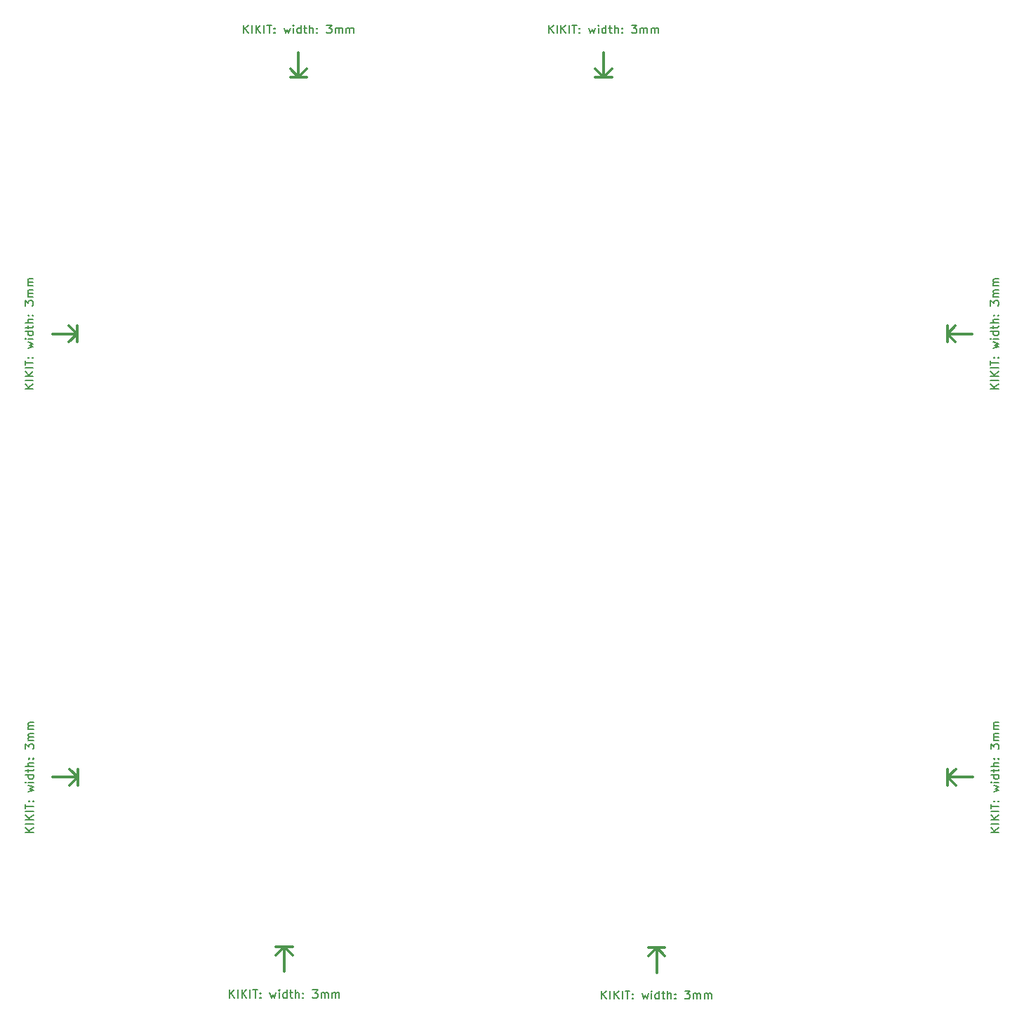
<source format=gbr>
%TF.GenerationSoftware,KiCad,Pcbnew,(6.0.7)*%
%TF.CreationDate,2022-10-06T16:10:22+02:00*%
%TF.ProjectId,mobo,6d6f626f-2e6b-4696-9361-645f70636258,4A*%
%TF.SameCoordinates,Original*%
%TF.FileFunction,OtherDrawing,Comment*%
%FSLAX46Y46*%
G04 Gerber Fmt 4.6, Leading zero omitted, Abs format (unit mm)*
G04 Created by KiCad (PCBNEW (6.0.7)) date 2022-10-06 16:10:22*
%MOMM*%
%LPD*%
G01*
G04 APERTURE LIST*
%ADD10C,0.150000*%
%ADD11C,0.300000*%
G04 APERTURE END LIST*
D10*
X79080952Y-35752380D02*
X79080952Y-34752380D01*
X79652380Y-35752380D02*
X79223809Y-35180952D01*
X79652380Y-34752380D02*
X79080952Y-35323809D01*
X80080952Y-35752380D02*
X80080952Y-34752380D01*
X80557142Y-35752380D02*
X80557142Y-34752380D01*
X81128571Y-35752380D02*
X80700000Y-35180952D01*
X81128571Y-34752380D02*
X80557142Y-35323809D01*
X81557142Y-35752380D02*
X81557142Y-34752380D01*
X81890476Y-34752380D02*
X82461904Y-34752380D01*
X82176190Y-35752380D02*
X82176190Y-34752380D01*
X82795238Y-35657142D02*
X82842857Y-35704761D01*
X82795238Y-35752380D01*
X82747619Y-35704761D01*
X82795238Y-35657142D01*
X82795238Y-35752380D01*
X82795238Y-35133333D02*
X82842857Y-35180952D01*
X82795238Y-35228571D01*
X82747619Y-35180952D01*
X82795238Y-35133333D01*
X82795238Y-35228571D01*
X83938095Y-35085714D02*
X84128571Y-35752380D01*
X84319047Y-35276190D01*
X84509523Y-35752380D01*
X84700000Y-35085714D01*
X85080952Y-35752380D02*
X85080952Y-35085714D01*
X85080952Y-34752380D02*
X85033333Y-34800000D01*
X85080952Y-34847619D01*
X85128571Y-34800000D01*
X85080952Y-34752380D01*
X85080952Y-34847619D01*
X85985714Y-35752380D02*
X85985714Y-34752380D01*
X85985714Y-35704761D02*
X85890476Y-35752380D01*
X85700000Y-35752380D01*
X85604761Y-35704761D01*
X85557142Y-35657142D01*
X85509523Y-35561904D01*
X85509523Y-35276190D01*
X85557142Y-35180952D01*
X85604761Y-35133333D01*
X85700000Y-35085714D01*
X85890476Y-35085714D01*
X85985714Y-35133333D01*
X86319047Y-35085714D02*
X86700000Y-35085714D01*
X86461904Y-34752380D02*
X86461904Y-35609523D01*
X86509523Y-35704761D01*
X86604761Y-35752380D01*
X86700000Y-35752380D01*
X87033333Y-35752380D02*
X87033333Y-34752380D01*
X87461904Y-35752380D02*
X87461904Y-35228571D01*
X87414285Y-35133333D01*
X87319047Y-35085714D01*
X87176190Y-35085714D01*
X87080952Y-35133333D01*
X87033333Y-35180952D01*
X87938095Y-35657142D02*
X87985714Y-35704761D01*
X87938095Y-35752380D01*
X87890476Y-35704761D01*
X87938095Y-35657142D01*
X87938095Y-35752380D01*
X87938095Y-35133333D02*
X87985714Y-35180952D01*
X87938095Y-35228571D01*
X87890476Y-35180952D01*
X87938095Y-35133333D01*
X87938095Y-35228571D01*
X89080952Y-34752380D02*
X89700000Y-34752380D01*
X89366666Y-35133333D01*
X89509523Y-35133333D01*
X89604761Y-35180952D01*
X89652380Y-35228571D01*
X89700000Y-35323809D01*
X89700000Y-35561904D01*
X89652380Y-35657142D01*
X89604761Y-35704761D01*
X89509523Y-35752380D01*
X89223809Y-35752380D01*
X89128571Y-35704761D01*
X89080952Y-35657142D01*
X90128571Y-35752380D02*
X90128571Y-35085714D01*
X90128571Y-35180952D02*
X90176190Y-35133333D01*
X90271428Y-35085714D01*
X90414285Y-35085714D01*
X90509523Y-35133333D01*
X90557142Y-35228571D01*
X90557142Y-35752380D01*
X90557142Y-35228571D02*
X90604761Y-35133333D01*
X90700000Y-35085714D01*
X90842857Y-35085714D01*
X90938095Y-35133333D01*
X90985714Y-35228571D01*
X90985714Y-35752380D01*
X91461904Y-35752380D02*
X91461904Y-35085714D01*
X91461904Y-35180952D02*
X91509523Y-35133333D01*
X91604761Y-35085714D01*
X91747619Y-35085714D01*
X91842857Y-35133333D01*
X91890476Y-35228571D01*
X91890476Y-35752380D01*
X91890476Y-35228571D02*
X91938095Y-35133333D01*
X92033333Y-35085714D01*
X92176190Y-35085714D01*
X92271428Y-35133333D01*
X92319047Y-35228571D01*
X92319047Y-35752380D01*
X122280952Y-152252380D02*
X122280952Y-151252380D01*
X122852380Y-152252380D02*
X122423809Y-151680952D01*
X122852380Y-151252380D02*
X122280952Y-151823809D01*
X123280952Y-152252380D02*
X123280952Y-151252380D01*
X123757142Y-152252380D02*
X123757142Y-151252380D01*
X124328571Y-152252380D02*
X123900000Y-151680952D01*
X124328571Y-151252380D02*
X123757142Y-151823809D01*
X124757142Y-152252380D02*
X124757142Y-151252380D01*
X125090476Y-151252380D02*
X125661904Y-151252380D01*
X125376190Y-152252380D02*
X125376190Y-151252380D01*
X125995238Y-152157142D02*
X126042857Y-152204761D01*
X125995238Y-152252380D01*
X125947619Y-152204761D01*
X125995238Y-152157142D01*
X125995238Y-152252380D01*
X125995238Y-151633333D02*
X126042857Y-151680952D01*
X125995238Y-151728571D01*
X125947619Y-151680952D01*
X125995238Y-151633333D01*
X125995238Y-151728571D01*
X127138095Y-151585714D02*
X127328571Y-152252380D01*
X127519047Y-151776190D01*
X127709523Y-152252380D01*
X127900000Y-151585714D01*
X128280952Y-152252380D02*
X128280952Y-151585714D01*
X128280952Y-151252380D02*
X128233333Y-151300000D01*
X128280952Y-151347619D01*
X128328571Y-151300000D01*
X128280952Y-151252380D01*
X128280952Y-151347619D01*
X129185714Y-152252380D02*
X129185714Y-151252380D01*
X129185714Y-152204761D02*
X129090476Y-152252380D01*
X128900000Y-152252380D01*
X128804761Y-152204761D01*
X128757142Y-152157142D01*
X128709523Y-152061904D01*
X128709523Y-151776190D01*
X128757142Y-151680952D01*
X128804761Y-151633333D01*
X128900000Y-151585714D01*
X129090476Y-151585714D01*
X129185714Y-151633333D01*
X129519047Y-151585714D02*
X129900000Y-151585714D01*
X129661904Y-151252380D02*
X129661904Y-152109523D01*
X129709523Y-152204761D01*
X129804761Y-152252380D01*
X129900000Y-152252380D01*
X130233333Y-152252380D02*
X130233333Y-151252380D01*
X130661904Y-152252380D02*
X130661904Y-151728571D01*
X130614285Y-151633333D01*
X130519047Y-151585714D01*
X130376190Y-151585714D01*
X130280952Y-151633333D01*
X130233333Y-151680952D01*
X131138095Y-152157142D02*
X131185714Y-152204761D01*
X131138095Y-152252380D01*
X131090476Y-152204761D01*
X131138095Y-152157142D01*
X131138095Y-152252380D01*
X131138095Y-151633333D02*
X131185714Y-151680952D01*
X131138095Y-151728571D01*
X131090476Y-151680952D01*
X131138095Y-151633333D01*
X131138095Y-151728571D01*
X132280952Y-151252380D02*
X132900000Y-151252380D01*
X132566666Y-151633333D01*
X132709523Y-151633333D01*
X132804761Y-151680952D01*
X132852380Y-151728571D01*
X132900000Y-151823809D01*
X132900000Y-152061904D01*
X132852380Y-152157142D01*
X132804761Y-152204761D01*
X132709523Y-152252380D01*
X132423809Y-152252380D01*
X132328571Y-152204761D01*
X132280952Y-152157142D01*
X133328571Y-152252380D02*
X133328571Y-151585714D01*
X133328571Y-151680952D02*
X133376190Y-151633333D01*
X133471428Y-151585714D01*
X133614285Y-151585714D01*
X133709523Y-151633333D01*
X133757142Y-151728571D01*
X133757142Y-152252380D01*
X133757142Y-151728571D02*
X133804761Y-151633333D01*
X133900000Y-151585714D01*
X134042857Y-151585714D01*
X134138095Y-151633333D01*
X134185714Y-151728571D01*
X134185714Y-152252380D01*
X134661904Y-152252380D02*
X134661904Y-151585714D01*
X134661904Y-151680952D02*
X134709523Y-151633333D01*
X134804761Y-151585714D01*
X134947619Y-151585714D01*
X135042857Y-151633333D01*
X135090476Y-151728571D01*
X135090476Y-152252380D01*
X135090476Y-151728571D02*
X135138095Y-151633333D01*
X135233333Y-151585714D01*
X135376190Y-151585714D01*
X135471428Y-151633333D01*
X135519047Y-151728571D01*
X135519047Y-152252380D01*
X77380952Y-152152380D02*
X77380952Y-151152380D01*
X77952380Y-152152380D02*
X77523809Y-151580952D01*
X77952380Y-151152380D02*
X77380952Y-151723809D01*
X78380952Y-152152380D02*
X78380952Y-151152380D01*
X78857142Y-152152380D02*
X78857142Y-151152380D01*
X79428571Y-152152380D02*
X79000000Y-151580952D01*
X79428571Y-151152380D02*
X78857142Y-151723809D01*
X79857142Y-152152380D02*
X79857142Y-151152380D01*
X80190476Y-151152380D02*
X80761904Y-151152380D01*
X80476190Y-152152380D02*
X80476190Y-151152380D01*
X81095238Y-152057142D02*
X81142857Y-152104761D01*
X81095238Y-152152380D01*
X81047619Y-152104761D01*
X81095238Y-152057142D01*
X81095238Y-152152380D01*
X81095238Y-151533333D02*
X81142857Y-151580952D01*
X81095238Y-151628571D01*
X81047619Y-151580952D01*
X81095238Y-151533333D01*
X81095238Y-151628571D01*
X82238095Y-151485714D02*
X82428571Y-152152380D01*
X82619047Y-151676190D01*
X82809523Y-152152380D01*
X83000000Y-151485714D01*
X83380952Y-152152380D02*
X83380952Y-151485714D01*
X83380952Y-151152380D02*
X83333333Y-151200000D01*
X83380952Y-151247619D01*
X83428571Y-151200000D01*
X83380952Y-151152380D01*
X83380952Y-151247619D01*
X84285714Y-152152380D02*
X84285714Y-151152380D01*
X84285714Y-152104761D02*
X84190476Y-152152380D01*
X84000000Y-152152380D01*
X83904761Y-152104761D01*
X83857142Y-152057142D01*
X83809523Y-151961904D01*
X83809523Y-151676190D01*
X83857142Y-151580952D01*
X83904761Y-151533333D01*
X84000000Y-151485714D01*
X84190476Y-151485714D01*
X84285714Y-151533333D01*
X84619047Y-151485714D02*
X85000000Y-151485714D01*
X84761904Y-151152380D02*
X84761904Y-152009523D01*
X84809523Y-152104761D01*
X84904761Y-152152380D01*
X85000000Y-152152380D01*
X85333333Y-152152380D02*
X85333333Y-151152380D01*
X85761904Y-152152380D02*
X85761904Y-151628571D01*
X85714285Y-151533333D01*
X85619047Y-151485714D01*
X85476190Y-151485714D01*
X85380952Y-151533333D01*
X85333333Y-151580952D01*
X86238095Y-152057142D02*
X86285714Y-152104761D01*
X86238095Y-152152380D01*
X86190476Y-152104761D01*
X86238095Y-152057142D01*
X86238095Y-152152380D01*
X86238095Y-151533333D02*
X86285714Y-151580952D01*
X86238095Y-151628571D01*
X86190476Y-151580952D01*
X86238095Y-151533333D01*
X86238095Y-151628571D01*
X87380952Y-151152380D02*
X88000000Y-151152380D01*
X87666666Y-151533333D01*
X87809523Y-151533333D01*
X87904761Y-151580952D01*
X87952380Y-151628571D01*
X88000000Y-151723809D01*
X88000000Y-151961904D01*
X87952380Y-152057142D01*
X87904761Y-152104761D01*
X87809523Y-152152380D01*
X87523809Y-152152380D01*
X87428571Y-152104761D01*
X87380952Y-152057142D01*
X88428571Y-152152380D02*
X88428571Y-151485714D01*
X88428571Y-151580952D02*
X88476190Y-151533333D01*
X88571428Y-151485714D01*
X88714285Y-151485714D01*
X88809523Y-151533333D01*
X88857142Y-151628571D01*
X88857142Y-152152380D01*
X88857142Y-151628571D02*
X88904761Y-151533333D01*
X89000000Y-151485714D01*
X89142857Y-151485714D01*
X89238095Y-151533333D01*
X89285714Y-151628571D01*
X89285714Y-152152380D01*
X89761904Y-152152380D02*
X89761904Y-151485714D01*
X89761904Y-151580952D02*
X89809523Y-151533333D01*
X89904761Y-151485714D01*
X90047619Y-151485714D01*
X90142857Y-151533333D01*
X90190476Y-151628571D01*
X90190476Y-152152380D01*
X90190476Y-151628571D02*
X90238095Y-151533333D01*
X90333333Y-151485714D01*
X90476190Y-151485714D01*
X90571428Y-151533333D01*
X90619047Y-151628571D01*
X90619047Y-152152380D01*
X170202380Y-132119047D02*
X169202380Y-132119047D01*
X170202380Y-131547619D02*
X169630952Y-131976190D01*
X169202380Y-131547619D02*
X169773809Y-132119047D01*
X170202380Y-131119047D02*
X169202380Y-131119047D01*
X170202380Y-130642857D02*
X169202380Y-130642857D01*
X170202380Y-130071428D02*
X169630952Y-130500000D01*
X169202380Y-130071428D02*
X169773809Y-130642857D01*
X170202380Y-129642857D02*
X169202380Y-129642857D01*
X169202380Y-129309523D02*
X169202380Y-128738095D01*
X170202380Y-129023809D02*
X169202380Y-129023809D01*
X170107142Y-128404761D02*
X170154761Y-128357142D01*
X170202380Y-128404761D01*
X170154761Y-128452380D01*
X170107142Y-128404761D01*
X170202380Y-128404761D01*
X169583333Y-128404761D02*
X169630952Y-128357142D01*
X169678571Y-128404761D01*
X169630952Y-128452380D01*
X169583333Y-128404761D01*
X169678571Y-128404761D01*
X169535714Y-127261904D02*
X170202380Y-127071428D01*
X169726190Y-126880952D01*
X170202380Y-126690476D01*
X169535714Y-126500000D01*
X170202380Y-126119047D02*
X169535714Y-126119047D01*
X169202380Y-126119047D02*
X169250000Y-126166666D01*
X169297619Y-126119047D01*
X169250000Y-126071428D01*
X169202380Y-126119047D01*
X169297619Y-126119047D01*
X170202380Y-125214285D02*
X169202380Y-125214285D01*
X170154761Y-125214285D02*
X170202380Y-125309523D01*
X170202380Y-125500000D01*
X170154761Y-125595238D01*
X170107142Y-125642857D01*
X170011904Y-125690476D01*
X169726190Y-125690476D01*
X169630952Y-125642857D01*
X169583333Y-125595238D01*
X169535714Y-125500000D01*
X169535714Y-125309523D01*
X169583333Y-125214285D01*
X169535714Y-124880952D02*
X169535714Y-124500000D01*
X169202380Y-124738095D02*
X170059523Y-124738095D01*
X170154761Y-124690476D01*
X170202380Y-124595238D01*
X170202380Y-124500000D01*
X170202380Y-124166666D02*
X169202380Y-124166666D01*
X170202380Y-123738095D02*
X169678571Y-123738095D01*
X169583333Y-123785714D01*
X169535714Y-123880952D01*
X169535714Y-124023809D01*
X169583333Y-124119047D01*
X169630952Y-124166666D01*
X170107142Y-123261904D02*
X170154761Y-123214285D01*
X170202380Y-123261904D01*
X170154761Y-123309523D01*
X170107142Y-123261904D01*
X170202380Y-123261904D01*
X169583333Y-123261904D02*
X169630952Y-123214285D01*
X169678571Y-123261904D01*
X169630952Y-123309523D01*
X169583333Y-123261904D01*
X169678571Y-123261904D01*
X169202380Y-122119047D02*
X169202380Y-121500000D01*
X169583333Y-121833333D01*
X169583333Y-121690476D01*
X169630952Y-121595238D01*
X169678571Y-121547619D01*
X169773809Y-121500000D01*
X170011904Y-121500000D01*
X170107142Y-121547619D01*
X170154761Y-121595238D01*
X170202380Y-121690476D01*
X170202380Y-121976190D01*
X170154761Y-122071428D01*
X170107142Y-122119047D01*
X170202380Y-121071428D02*
X169535714Y-121071428D01*
X169630952Y-121071428D02*
X169583333Y-121023809D01*
X169535714Y-120928571D01*
X169535714Y-120785714D01*
X169583333Y-120690476D01*
X169678571Y-120642857D01*
X170202380Y-120642857D01*
X169678571Y-120642857D02*
X169583333Y-120595238D01*
X169535714Y-120500000D01*
X169535714Y-120357142D01*
X169583333Y-120261904D01*
X169678571Y-120214285D01*
X170202380Y-120214285D01*
X170202380Y-119738095D02*
X169535714Y-119738095D01*
X169630952Y-119738095D02*
X169583333Y-119690476D01*
X169535714Y-119595238D01*
X169535714Y-119452380D01*
X169583333Y-119357142D01*
X169678571Y-119309523D01*
X170202380Y-119309523D01*
X169678571Y-119309523D02*
X169583333Y-119261904D01*
X169535714Y-119166666D01*
X169535714Y-119023809D01*
X169583333Y-118928571D01*
X169678571Y-118880952D01*
X170202380Y-118880952D01*
X53752380Y-132119047D02*
X52752380Y-132119047D01*
X53752380Y-131547619D02*
X53180952Y-131976190D01*
X52752380Y-131547619D02*
X53323809Y-132119047D01*
X53752380Y-131119047D02*
X52752380Y-131119047D01*
X53752380Y-130642857D02*
X52752380Y-130642857D01*
X53752380Y-130071428D02*
X53180952Y-130500000D01*
X52752380Y-130071428D02*
X53323809Y-130642857D01*
X53752380Y-129642857D02*
X52752380Y-129642857D01*
X52752380Y-129309523D02*
X52752380Y-128738095D01*
X53752380Y-129023809D02*
X52752380Y-129023809D01*
X53657142Y-128404761D02*
X53704761Y-128357142D01*
X53752380Y-128404761D01*
X53704761Y-128452380D01*
X53657142Y-128404761D01*
X53752380Y-128404761D01*
X53133333Y-128404761D02*
X53180952Y-128357142D01*
X53228571Y-128404761D01*
X53180952Y-128452380D01*
X53133333Y-128404761D01*
X53228571Y-128404761D01*
X53085714Y-127261904D02*
X53752380Y-127071428D01*
X53276190Y-126880952D01*
X53752380Y-126690476D01*
X53085714Y-126500000D01*
X53752380Y-126119047D02*
X53085714Y-126119047D01*
X52752380Y-126119047D02*
X52800000Y-126166666D01*
X52847619Y-126119047D01*
X52800000Y-126071428D01*
X52752380Y-126119047D01*
X52847619Y-126119047D01*
X53752380Y-125214285D02*
X52752380Y-125214285D01*
X53704761Y-125214285D02*
X53752380Y-125309523D01*
X53752380Y-125500000D01*
X53704761Y-125595238D01*
X53657142Y-125642857D01*
X53561904Y-125690476D01*
X53276190Y-125690476D01*
X53180952Y-125642857D01*
X53133333Y-125595238D01*
X53085714Y-125500000D01*
X53085714Y-125309523D01*
X53133333Y-125214285D01*
X53085714Y-124880952D02*
X53085714Y-124500000D01*
X52752380Y-124738095D02*
X53609523Y-124738095D01*
X53704761Y-124690476D01*
X53752380Y-124595238D01*
X53752380Y-124500000D01*
X53752380Y-124166666D02*
X52752380Y-124166666D01*
X53752380Y-123738095D02*
X53228571Y-123738095D01*
X53133333Y-123785714D01*
X53085714Y-123880952D01*
X53085714Y-124023809D01*
X53133333Y-124119047D01*
X53180952Y-124166666D01*
X53657142Y-123261904D02*
X53704761Y-123214285D01*
X53752380Y-123261904D01*
X53704761Y-123309523D01*
X53657142Y-123261904D01*
X53752380Y-123261904D01*
X53133333Y-123261904D02*
X53180952Y-123214285D01*
X53228571Y-123261904D01*
X53180952Y-123309523D01*
X53133333Y-123261904D01*
X53228571Y-123261904D01*
X52752380Y-122119047D02*
X52752380Y-121500000D01*
X53133333Y-121833333D01*
X53133333Y-121690476D01*
X53180952Y-121595238D01*
X53228571Y-121547619D01*
X53323809Y-121500000D01*
X53561904Y-121500000D01*
X53657142Y-121547619D01*
X53704761Y-121595238D01*
X53752380Y-121690476D01*
X53752380Y-121976190D01*
X53704761Y-122071428D01*
X53657142Y-122119047D01*
X53752380Y-121071428D02*
X53085714Y-121071428D01*
X53180952Y-121071428D02*
X53133333Y-121023809D01*
X53085714Y-120928571D01*
X53085714Y-120785714D01*
X53133333Y-120690476D01*
X53228571Y-120642857D01*
X53752380Y-120642857D01*
X53228571Y-120642857D02*
X53133333Y-120595238D01*
X53085714Y-120500000D01*
X53085714Y-120357142D01*
X53133333Y-120261904D01*
X53228571Y-120214285D01*
X53752380Y-120214285D01*
X53752380Y-119738095D02*
X53085714Y-119738095D01*
X53180952Y-119738095D02*
X53133333Y-119690476D01*
X53085714Y-119595238D01*
X53085714Y-119452380D01*
X53133333Y-119357142D01*
X53228571Y-119309523D01*
X53752380Y-119309523D01*
X53228571Y-119309523D02*
X53133333Y-119261904D01*
X53085714Y-119166666D01*
X53085714Y-119023809D01*
X53133333Y-118928571D01*
X53228571Y-118880952D01*
X53752380Y-118880952D01*
X53702380Y-78619047D02*
X52702380Y-78619047D01*
X53702380Y-78047619D02*
X53130952Y-78476190D01*
X52702380Y-78047619D02*
X53273809Y-78619047D01*
X53702380Y-77619047D02*
X52702380Y-77619047D01*
X53702380Y-77142857D02*
X52702380Y-77142857D01*
X53702380Y-76571428D02*
X53130952Y-77000000D01*
X52702380Y-76571428D02*
X53273809Y-77142857D01*
X53702380Y-76142857D02*
X52702380Y-76142857D01*
X52702380Y-75809523D02*
X52702380Y-75238095D01*
X53702380Y-75523809D02*
X52702380Y-75523809D01*
X53607142Y-74904761D02*
X53654761Y-74857142D01*
X53702380Y-74904761D01*
X53654761Y-74952380D01*
X53607142Y-74904761D01*
X53702380Y-74904761D01*
X53083333Y-74904761D02*
X53130952Y-74857142D01*
X53178571Y-74904761D01*
X53130952Y-74952380D01*
X53083333Y-74904761D01*
X53178571Y-74904761D01*
X53035714Y-73761904D02*
X53702380Y-73571428D01*
X53226190Y-73380952D01*
X53702380Y-73190476D01*
X53035714Y-73000000D01*
X53702380Y-72619047D02*
X53035714Y-72619047D01*
X52702380Y-72619047D02*
X52750000Y-72666666D01*
X52797619Y-72619047D01*
X52750000Y-72571428D01*
X52702380Y-72619047D01*
X52797619Y-72619047D01*
X53702380Y-71714285D02*
X52702380Y-71714285D01*
X53654761Y-71714285D02*
X53702380Y-71809523D01*
X53702380Y-72000000D01*
X53654761Y-72095238D01*
X53607142Y-72142857D01*
X53511904Y-72190476D01*
X53226190Y-72190476D01*
X53130952Y-72142857D01*
X53083333Y-72095238D01*
X53035714Y-72000000D01*
X53035714Y-71809523D01*
X53083333Y-71714285D01*
X53035714Y-71380952D02*
X53035714Y-71000000D01*
X52702380Y-71238095D02*
X53559523Y-71238095D01*
X53654761Y-71190476D01*
X53702380Y-71095238D01*
X53702380Y-71000000D01*
X53702380Y-70666666D02*
X52702380Y-70666666D01*
X53702380Y-70238095D02*
X53178571Y-70238095D01*
X53083333Y-70285714D01*
X53035714Y-70380952D01*
X53035714Y-70523809D01*
X53083333Y-70619047D01*
X53130952Y-70666666D01*
X53607142Y-69761904D02*
X53654761Y-69714285D01*
X53702380Y-69761904D01*
X53654761Y-69809523D01*
X53607142Y-69761904D01*
X53702380Y-69761904D01*
X53083333Y-69761904D02*
X53130952Y-69714285D01*
X53178571Y-69761904D01*
X53130952Y-69809523D01*
X53083333Y-69761904D01*
X53178571Y-69761904D01*
X52702380Y-68619047D02*
X52702380Y-68000000D01*
X53083333Y-68333333D01*
X53083333Y-68190476D01*
X53130952Y-68095238D01*
X53178571Y-68047619D01*
X53273809Y-68000000D01*
X53511904Y-68000000D01*
X53607142Y-68047619D01*
X53654761Y-68095238D01*
X53702380Y-68190476D01*
X53702380Y-68476190D01*
X53654761Y-68571428D01*
X53607142Y-68619047D01*
X53702380Y-67571428D02*
X53035714Y-67571428D01*
X53130952Y-67571428D02*
X53083333Y-67523809D01*
X53035714Y-67428571D01*
X53035714Y-67285714D01*
X53083333Y-67190476D01*
X53178571Y-67142857D01*
X53702380Y-67142857D01*
X53178571Y-67142857D02*
X53083333Y-67095238D01*
X53035714Y-67000000D01*
X53035714Y-66857142D01*
X53083333Y-66761904D01*
X53178571Y-66714285D01*
X53702380Y-66714285D01*
X53702380Y-66238095D02*
X53035714Y-66238095D01*
X53130952Y-66238095D02*
X53083333Y-66190476D01*
X53035714Y-66095238D01*
X53035714Y-65952380D01*
X53083333Y-65857142D01*
X53178571Y-65809523D01*
X53702380Y-65809523D01*
X53178571Y-65809523D02*
X53083333Y-65761904D01*
X53035714Y-65666666D01*
X53035714Y-65523809D01*
X53083333Y-65428571D01*
X53178571Y-65380952D01*
X53702380Y-65380952D01*
X115880952Y-35752380D02*
X115880952Y-34752380D01*
X116452380Y-35752380D02*
X116023809Y-35180952D01*
X116452380Y-34752380D02*
X115880952Y-35323809D01*
X116880952Y-35752380D02*
X116880952Y-34752380D01*
X117357142Y-35752380D02*
X117357142Y-34752380D01*
X117928571Y-35752380D02*
X117500000Y-35180952D01*
X117928571Y-34752380D02*
X117357142Y-35323809D01*
X118357142Y-35752380D02*
X118357142Y-34752380D01*
X118690476Y-34752380D02*
X119261904Y-34752380D01*
X118976190Y-35752380D02*
X118976190Y-34752380D01*
X119595238Y-35657142D02*
X119642857Y-35704761D01*
X119595238Y-35752380D01*
X119547619Y-35704761D01*
X119595238Y-35657142D01*
X119595238Y-35752380D01*
X119595238Y-35133333D02*
X119642857Y-35180952D01*
X119595238Y-35228571D01*
X119547619Y-35180952D01*
X119595238Y-35133333D01*
X119595238Y-35228571D01*
X120738095Y-35085714D02*
X120928571Y-35752380D01*
X121119047Y-35276190D01*
X121309523Y-35752380D01*
X121500000Y-35085714D01*
X121880952Y-35752380D02*
X121880952Y-35085714D01*
X121880952Y-34752380D02*
X121833333Y-34800000D01*
X121880952Y-34847619D01*
X121928571Y-34800000D01*
X121880952Y-34752380D01*
X121880952Y-34847619D01*
X122785714Y-35752380D02*
X122785714Y-34752380D01*
X122785714Y-35704761D02*
X122690476Y-35752380D01*
X122500000Y-35752380D01*
X122404761Y-35704761D01*
X122357142Y-35657142D01*
X122309523Y-35561904D01*
X122309523Y-35276190D01*
X122357142Y-35180952D01*
X122404761Y-35133333D01*
X122500000Y-35085714D01*
X122690476Y-35085714D01*
X122785714Y-35133333D01*
X123119047Y-35085714D02*
X123500000Y-35085714D01*
X123261904Y-34752380D02*
X123261904Y-35609523D01*
X123309523Y-35704761D01*
X123404761Y-35752380D01*
X123500000Y-35752380D01*
X123833333Y-35752380D02*
X123833333Y-34752380D01*
X124261904Y-35752380D02*
X124261904Y-35228571D01*
X124214285Y-35133333D01*
X124119047Y-35085714D01*
X123976190Y-35085714D01*
X123880952Y-35133333D01*
X123833333Y-35180952D01*
X124738095Y-35657142D02*
X124785714Y-35704761D01*
X124738095Y-35752380D01*
X124690476Y-35704761D01*
X124738095Y-35657142D01*
X124738095Y-35752380D01*
X124738095Y-35133333D02*
X124785714Y-35180952D01*
X124738095Y-35228571D01*
X124690476Y-35180952D01*
X124738095Y-35133333D01*
X124738095Y-35228571D01*
X125880952Y-34752380D02*
X126500000Y-34752380D01*
X126166666Y-35133333D01*
X126309523Y-35133333D01*
X126404761Y-35180952D01*
X126452380Y-35228571D01*
X126500000Y-35323809D01*
X126500000Y-35561904D01*
X126452380Y-35657142D01*
X126404761Y-35704761D01*
X126309523Y-35752380D01*
X126023809Y-35752380D01*
X125928571Y-35704761D01*
X125880952Y-35657142D01*
X126928571Y-35752380D02*
X126928571Y-35085714D01*
X126928571Y-35180952D02*
X126976190Y-35133333D01*
X127071428Y-35085714D01*
X127214285Y-35085714D01*
X127309523Y-35133333D01*
X127357142Y-35228571D01*
X127357142Y-35752380D01*
X127357142Y-35228571D02*
X127404761Y-35133333D01*
X127500000Y-35085714D01*
X127642857Y-35085714D01*
X127738095Y-35133333D01*
X127785714Y-35228571D01*
X127785714Y-35752380D01*
X128261904Y-35752380D02*
X128261904Y-35085714D01*
X128261904Y-35180952D02*
X128309523Y-35133333D01*
X128404761Y-35085714D01*
X128547619Y-35085714D01*
X128642857Y-35133333D01*
X128690476Y-35228571D01*
X128690476Y-35752380D01*
X128690476Y-35228571D02*
X128738095Y-35133333D01*
X128833333Y-35085714D01*
X128976190Y-35085714D01*
X129071428Y-35133333D01*
X129119047Y-35228571D01*
X129119047Y-35752380D01*
X170152380Y-78619047D02*
X169152380Y-78619047D01*
X170152380Y-78047619D02*
X169580952Y-78476190D01*
X169152380Y-78047619D02*
X169723809Y-78619047D01*
X170152380Y-77619047D02*
X169152380Y-77619047D01*
X170152380Y-77142857D02*
X169152380Y-77142857D01*
X170152380Y-76571428D02*
X169580952Y-77000000D01*
X169152380Y-76571428D02*
X169723809Y-77142857D01*
X170152380Y-76142857D02*
X169152380Y-76142857D01*
X169152380Y-75809523D02*
X169152380Y-75238095D01*
X170152380Y-75523809D02*
X169152380Y-75523809D01*
X170057142Y-74904761D02*
X170104761Y-74857142D01*
X170152380Y-74904761D01*
X170104761Y-74952380D01*
X170057142Y-74904761D01*
X170152380Y-74904761D01*
X169533333Y-74904761D02*
X169580952Y-74857142D01*
X169628571Y-74904761D01*
X169580952Y-74952380D01*
X169533333Y-74904761D01*
X169628571Y-74904761D01*
X169485714Y-73761904D02*
X170152380Y-73571428D01*
X169676190Y-73380952D01*
X170152380Y-73190476D01*
X169485714Y-73000000D01*
X170152380Y-72619047D02*
X169485714Y-72619047D01*
X169152380Y-72619047D02*
X169200000Y-72666666D01*
X169247619Y-72619047D01*
X169200000Y-72571428D01*
X169152380Y-72619047D01*
X169247619Y-72619047D01*
X170152380Y-71714285D02*
X169152380Y-71714285D01*
X170104761Y-71714285D02*
X170152380Y-71809523D01*
X170152380Y-72000000D01*
X170104761Y-72095238D01*
X170057142Y-72142857D01*
X169961904Y-72190476D01*
X169676190Y-72190476D01*
X169580952Y-72142857D01*
X169533333Y-72095238D01*
X169485714Y-72000000D01*
X169485714Y-71809523D01*
X169533333Y-71714285D01*
X169485714Y-71380952D02*
X169485714Y-71000000D01*
X169152380Y-71238095D02*
X170009523Y-71238095D01*
X170104761Y-71190476D01*
X170152380Y-71095238D01*
X170152380Y-71000000D01*
X170152380Y-70666666D02*
X169152380Y-70666666D01*
X170152380Y-70238095D02*
X169628571Y-70238095D01*
X169533333Y-70285714D01*
X169485714Y-70380952D01*
X169485714Y-70523809D01*
X169533333Y-70619047D01*
X169580952Y-70666666D01*
X170057142Y-69761904D02*
X170104761Y-69714285D01*
X170152380Y-69761904D01*
X170104761Y-69809523D01*
X170057142Y-69761904D01*
X170152380Y-69761904D01*
X169533333Y-69761904D02*
X169580952Y-69714285D01*
X169628571Y-69761904D01*
X169580952Y-69809523D01*
X169533333Y-69761904D01*
X169628571Y-69761904D01*
X169152380Y-68619047D02*
X169152380Y-68000000D01*
X169533333Y-68333333D01*
X169533333Y-68190476D01*
X169580952Y-68095238D01*
X169628571Y-68047619D01*
X169723809Y-68000000D01*
X169961904Y-68000000D01*
X170057142Y-68047619D01*
X170104761Y-68095238D01*
X170152380Y-68190476D01*
X170152380Y-68476190D01*
X170104761Y-68571428D01*
X170057142Y-68619047D01*
X170152380Y-67571428D02*
X169485714Y-67571428D01*
X169580952Y-67571428D02*
X169533333Y-67523809D01*
X169485714Y-67428571D01*
X169485714Y-67285714D01*
X169533333Y-67190476D01*
X169628571Y-67142857D01*
X170152380Y-67142857D01*
X169628571Y-67142857D02*
X169533333Y-67095238D01*
X169485714Y-67000000D01*
X169485714Y-66857142D01*
X169533333Y-66761904D01*
X169628571Y-66714285D01*
X170152380Y-66714285D01*
X170152380Y-66238095D02*
X169485714Y-66238095D01*
X169580952Y-66238095D02*
X169533333Y-66190476D01*
X169485714Y-66095238D01*
X169485714Y-65952380D01*
X169533333Y-65857142D01*
X169628571Y-65809523D01*
X170152380Y-65809523D01*
X169628571Y-65809523D02*
X169533333Y-65761904D01*
X169485714Y-65666666D01*
X169485714Y-65523809D01*
X169533333Y-65428571D01*
X169628571Y-65380952D01*
X170152380Y-65380952D01*
D11*
X85700000Y-41050000D02*
X84700000Y-40050000D01*
X85700000Y-41050000D02*
X85700000Y-38050000D01*
X85700000Y-41050000D02*
X86700000Y-40050000D01*
X84700000Y-41050000D02*
X86700000Y-41050000D01*
X128900000Y-146050000D02*
X128900000Y-149050000D01*
X128900000Y-146050000D02*
X127900000Y-147050000D01*
X128900000Y-146050000D02*
X129900000Y-147050000D01*
X129900000Y-146050000D02*
X127900000Y-146050000D01*
X85000000Y-145950000D02*
X83000000Y-145950000D01*
X84000000Y-145950000D02*
X84000000Y-148950000D01*
X84000000Y-145950000D02*
X85000000Y-146950000D01*
X84000000Y-145950000D02*
X83000000Y-146950000D01*
X164000000Y-125500000D02*
X165000000Y-126500000D01*
X164000000Y-125500000D02*
X165000000Y-124500000D01*
X164000000Y-124500000D02*
X164000000Y-126500000D01*
X164000000Y-125500000D02*
X167000000Y-125500000D01*
X59050000Y-125500000D02*
X58050000Y-126500000D01*
X59050000Y-125500000D02*
X56050000Y-125500000D01*
X59050000Y-126500000D02*
X59050000Y-124500000D01*
X59050000Y-125500000D02*
X58050000Y-124500000D01*
X59000000Y-72000000D02*
X58000000Y-71000000D01*
X59000000Y-72000000D02*
X58000000Y-73000000D01*
X59000000Y-73000000D02*
X59000000Y-71000000D01*
X59000000Y-72000000D02*
X56000000Y-72000000D01*
X122500000Y-41050000D02*
X121500000Y-40050000D01*
X122500000Y-41050000D02*
X122500000Y-38050000D01*
X122500000Y-41050000D02*
X123500000Y-40050000D01*
X121500000Y-41050000D02*
X123500000Y-41050000D01*
X163950000Y-72000000D02*
X166950000Y-72000000D01*
X163950000Y-72000000D02*
X164950000Y-71000000D01*
X163950000Y-72000000D02*
X164950000Y-73000000D01*
X163950000Y-71000000D02*
X163950000Y-73000000D01*
M02*

</source>
